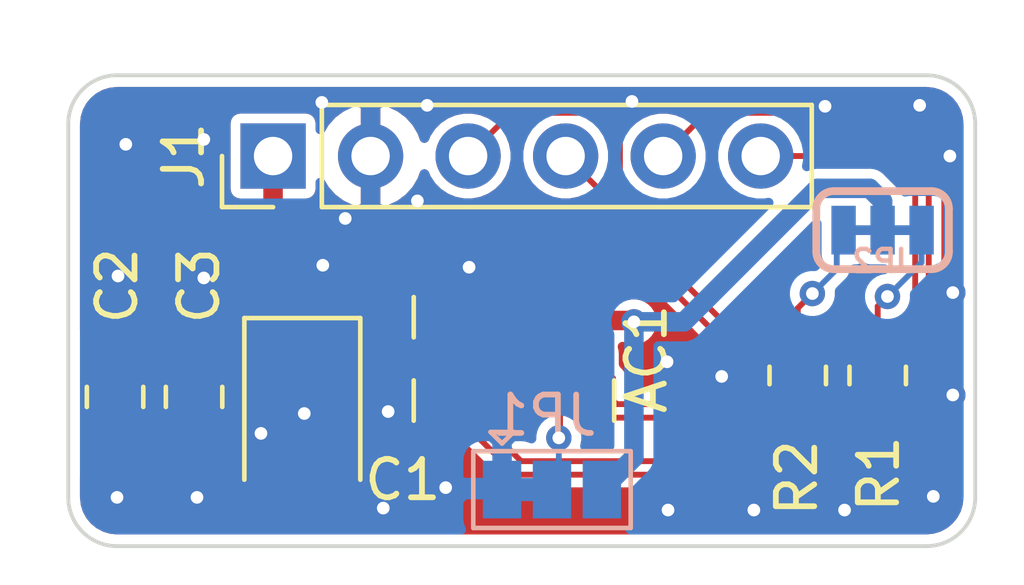
<source format=kicad_pcb>
(kicad_pcb (version 20171130) (host pcbnew "(5.1.8)-1")

  (general
    (thickness 1.6)
    (drawings 8)
    (tracks 125)
    (zones 0)
    (modules 9)
    (nets 13)
  )

  (page A4)
  (layers
    (0 F.Cu signal)
    (31 B.Cu signal)
    (32 B.Adhes user)
    (33 F.Adhes user)
    (34 B.Paste user)
    (35 F.Paste user)
    (36 B.SilkS user)
    (37 F.SilkS user)
    (38 B.Mask user)
    (39 F.Mask user)
    (40 Dwgs.User user)
    (41 Cmts.User user)
    (42 Eco1.User user)
    (43 Eco2.User user)
    (44 Edge.Cuts user)
    (45 Margin user)
    (46 B.CrtYd user)
    (47 F.CrtYd user)
    (48 B.Fab user hide)
    (49 F.Fab user hide)
  )

  (setup
    (last_trace_width 0.508)
    (user_trace_width 0.1524)
    (user_trace_width 0.1778)
    (user_trace_width 0.254)
    (user_trace_width 0.3048)
    (user_trace_width 0.381)
    (user_trace_width 0.508)
    (user_trace_width 0.635)
    (user_trace_width 0.889)
    (user_trace_width 1.016)
    (user_trace_width 1.27)
    (user_trace_width 1.905)
    (user_trace_width 2.54)
    (trace_clearance 0.2)
    (zone_clearance 0.254)
    (zone_45_only no)
    (trace_min 0.1)
    (via_size 0.8)
    (via_drill 0.4)
    (via_min_size 0.4)
    (via_min_drill 0.3)
    (user_via 0.6096 0.3048)
    (user_via 0.6604 0.3302)
    (user_via 0.889 0.381)
    (user_via 1.397 0.635)
    (uvia_size 0.3)
    (uvia_drill 0.1)
    (uvias_allowed no)
    (uvia_min_size 0.2)
    (uvia_min_drill 0.1)
    (edge_width 0.05)
    (segment_width 0.2)
    (pcb_text_width 0.3)
    (pcb_text_size 1.5 1.5)
    (mod_edge_width 0.12)
    (mod_text_size 1 1)
    (mod_text_width 0.15)
    (pad_size 1.524 1.524)
    (pad_drill 0.762)
    (pad_to_mask_clearance 0.051)
    (solder_mask_min_width 0.25)
    (aux_axis_origin 0 0)
    (visible_elements FFFFFF7F)
    (pcbplotparams
      (layerselection 0x010fc_ffffffff)
      (usegerberextensions false)
      (usegerberattributes true)
      (usegerberadvancedattributes true)
      (creategerberjobfile true)
      (excludeedgelayer true)
      (linewidth 0.100000)
      (plotframeref false)
      (viasonmask false)
      (mode 1)
      (useauxorigin false)
      (hpglpennumber 1)
      (hpglpenspeed 20)
      (hpglpendiameter 15.000000)
      (psnegative false)
      (psa4output false)
      (plotreference true)
      (plotvalue true)
      (plotinvisibletext false)
      (padsonsilk false)
      (subtractmaskfromsilk false)
      (outputformat 1)
      (mirror false)
      (drillshape 1)
      (scaleselection 1)
      (outputdirectory ""))
  )

  (net 0 "")
  (net 1 /SCL)
  (net 2 /SDA)
  (net 3 "Net-(AC1-Pad12)")
  (net 4 "Net-(AC1-Pad11)")
  (net 5 "Net-(AC1-Pad10)")
  (net 6 /INT2)
  (net 7 /INT1)
  (net 8 +3V3)
  (net 9 GND)
  (net 10 "Net-(AC1-Pad3)")
  (net 11 "Net-(JP2-Pad3)")
  (net 12 "Net-(JP2-Pad1)")

  (net_class Default "This is the default net class."
    (clearance 0.2)
    (trace_width 0.25)
    (via_dia 0.8)
    (via_drill 0.4)
    (uvia_dia 0.3)
    (uvia_drill 0.1)
    (add_net +3V3)
    (add_net /INT1)
    (add_net /INT2)
    (add_net /SCL)
    (add_net /SDA)
    (add_net GND)
    (add_net "Net-(AC1-Pad10)")
    (add_net "Net-(AC1-Pad11)")
    (add_net "Net-(AC1-Pad12)")
    (add_net "Net-(AC1-Pad3)")
    (add_net "Net-(JP2-Pad1)")
    (add_net "Net-(JP2-Pad3)")
  )

  (module Resistor_SMD:R_0805_2012Metric (layer F.Cu) (tedit 5F68FEEE) (tstamp 5FC7B279)
    (at 175.0822 75.819 270)
    (descr "Resistor SMD 0805 (2012 Metric), square (rectangular) end terminal, IPC_7351 nominal, (Body size source: IPC-SM-782 page 72, https://www.pcb-3d.com/wordpress/wp-content/uploads/ipc-sm-782a_amendment_1_and_2.pdf), generated with kicad-footprint-generator")
    (tags resistor)
    (path /5FC7EEFF)
    (attr smd)
    (fp_text reference R2 (at 2.667 0.0254 90) (layer F.SilkS)
      (effects (font (size 1 1) (thickness 0.15)))
    )
    (fp_text value 3.3k (at 0 1.65 90) (layer F.Fab)
      (effects (font (size 1 1) (thickness 0.15)))
    )
    (fp_text user %R (at 0 0 90) (layer F.Fab)
      (effects (font (size 0.5 0.5) (thickness 0.08)))
    )
    (fp_line (start -1 0.625) (end -1 -0.625) (layer F.Fab) (width 0.1))
    (fp_line (start -1 -0.625) (end 1 -0.625) (layer F.Fab) (width 0.1))
    (fp_line (start 1 -0.625) (end 1 0.625) (layer F.Fab) (width 0.1))
    (fp_line (start 1 0.625) (end -1 0.625) (layer F.Fab) (width 0.1))
    (fp_line (start -0.227064 -0.735) (end 0.227064 -0.735) (layer F.SilkS) (width 0.12))
    (fp_line (start -0.227064 0.735) (end 0.227064 0.735) (layer F.SilkS) (width 0.12))
    (fp_line (start -1.68 0.95) (end -1.68 -0.95) (layer F.CrtYd) (width 0.05))
    (fp_line (start -1.68 -0.95) (end 1.68 -0.95) (layer F.CrtYd) (width 0.05))
    (fp_line (start 1.68 -0.95) (end 1.68 0.95) (layer F.CrtYd) (width 0.05))
    (fp_line (start 1.68 0.95) (end -1.68 0.95) (layer F.CrtYd) (width 0.05))
    (pad 2 smd roundrect (at 0.9125 0 270) (size 1.025 1.4) (layers F.Cu F.Paste F.Mask) (roundrect_rratio 0.243902)
      (net 1 /SCL))
    (pad 1 smd roundrect (at -0.9125 0 270) (size 1.025 1.4) (layers F.Cu F.Paste F.Mask) (roundrect_rratio 0.243902)
      (net 12 "Net-(JP2-Pad1)"))
    (model ${KISYS3DMOD}/Resistor_SMD.3dshapes/R_0805_2012Metric.wrl
      (at (xyz 0 0 0))
      (scale (xyz 1 1 1))
      (rotate (xyz 0 0 0))
    )
  )

  (module Resistor_SMD:R_0805_2012Metric (layer F.Cu) (tedit 5F68FEEE) (tstamp 5FC7B268)
    (at 177.165 75.819 270)
    (descr "Resistor SMD 0805 (2012 Metric), square (rectangular) end terminal, IPC_7351 nominal, (Body size source: IPC-SM-782 page 72, https://www.pcb-3d.com/wordpress/wp-content/uploads/ipc-sm-782a_amendment_1_and_2.pdf), generated with kicad-footprint-generator")
    (tags resistor)
    (path /5FC7F3D6)
    (attr smd)
    (fp_text reference R1 (at 2.5654 -0.0254 90) (layer F.SilkS)
      (effects (font (size 1 1) (thickness 0.15)))
    )
    (fp_text value 3.3k (at 0 1.65 90) (layer F.Fab)
      (effects (font (size 1 1) (thickness 0.15)))
    )
    (fp_text user %R (at 0 0 90) (layer F.Fab)
      (effects (font (size 0.5 0.5) (thickness 0.08)))
    )
    (fp_line (start -1 0.625) (end -1 -0.625) (layer F.Fab) (width 0.1))
    (fp_line (start -1 -0.625) (end 1 -0.625) (layer F.Fab) (width 0.1))
    (fp_line (start 1 -0.625) (end 1 0.625) (layer F.Fab) (width 0.1))
    (fp_line (start 1 0.625) (end -1 0.625) (layer F.Fab) (width 0.1))
    (fp_line (start -0.227064 -0.735) (end 0.227064 -0.735) (layer F.SilkS) (width 0.12))
    (fp_line (start -0.227064 0.735) (end 0.227064 0.735) (layer F.SilkS) (width 0.12))
    (fp_line (start -1.68 0.95) (end -1.68 -0.95) (layer F.CrtYd) (width 0.05))
    (fp_line (start -1.68 -0.95) (end 1.68 -0.95) (layer F.CrtYd) (width 0.05))
    (fp_line (start 1.68 -0.95) (end 1.68 0.95) (layer F.CrtYd) (width 0.05))
    (fp_line (start 1.68 0.95) (end -1.68 0.95) (layer F.CrtYd) (width 0.05))
    (pad 2 smd roundrect (at 0.9125 0 270) (size 1.025 1.4) (layers F.Cu F.Paste F.Mask) (roundrect_rratio 0.243902)
      (net 2 /SDA))
    (pad 1 smd roundrect (at -0.9125 0 270) (size 1.025 1.4) (layers F.Cu F.Paste F.Mask) (roundrect_rratio 0.243902)
      (net 11 "Net-(JP2-Pad3)"))
    (model ${KISYS3DMOD}/Resistor_SMD.3dshapes/R_0805_2012Metric.wrl
      (at (xyz 0 0 0))
      (scale (xyz 1 1 1))
      (rotate (xyz 0 0 0))
    )
  )

  (module Jumper:SMT-JUMPER_3_2-NC_TRACE_SILK (layer B.Cu) (tedit 0) (tstamp 5FC7B257)
    (at 177.292 72.0344)
    (path /5FC90A0D)
    (fp_text reference JP2 (at 0 1.143 180) (layer B.SilkS)
      (effects (font (size 0.57912 0.57912) (thickness 0.115824)) (justify bottom mirror))
    )
    (fp_text value "I2C Jumper" (at 0 -1.143 180) (layer B.Fab)
      (effects (font (size 0.57912 0.57912) (thickness 0.115824)) (justify top mirror))
    )
    (fp_arc (start 1.27 -0.5588) (end 1.27 -1.016) (angle 90) (layer B.SilkS) (width 0.2032))
    (fp_arc (start -1.27 -0.5588) (end -1.7272 -0.5588) (angle 90) (layer B.SilkS) (width 0.2032))
    (fp_arc (start -1.27 0.5588) (end -1.7272 0.5588) (angle -90) (layer B.SilkS) (width 0.2032))
    (fp_arc (start 1.27 0.5588) (end 1.27 1.016) (angle -90) (layer B.SilkS) (width 0.2032))
    (fp_line (start 1.27 -1.016) (end -1.27 -1.016) (layer B.SilkS) (width 0.2032))
    (fp_line (start 1.7272 -0.5588) (end 1.7272 0.5588) (layer B.SilkS) (width 0.2032))
    (fp_line (start -1.7272 -0.5588) (end -1.7272 0.5588) (layer B.SilkS) (width 0.2032))
    (fp_line (start -1.27 1.016) (end 1.27 1.016) (layer B.SilkS) (width 0.2032))
    (fp_poly (pts (xy -0.6985 0.127) (xy 0.6985 0.127) (xy 0.6985 -0.127) (xy -0.6985 -0.127)) (layer B.Mask) (width 0))
    (fp_poly (pts (xy 0.3048 -0.127) (xy 0.7112 -0.127) (xy 0.7112 0.127) (xy 0.3048 0.127)) (layer B.Cu) (width 0))
    (fp_poly (pts (xy -0.7112 -0.127) (xy -0.3048 -0.127) (xy -0.3048 0.127) (xy -0.7112 0.127)) (layer B.Cu) (width 0))
    (pad 3 smd rect (at 1.016 0) (size 0.635 1.27) (layers B.Cu B.Mask)
      (net 11 "Net-(JP2-Pad3)") (solder_mask_margin 0.1016))
    (pad 2 smd rect (at 0 0) (size 0.635 1.27) (layers B.Cu B.Mask)
      (net 8 +3V3) (solder_mask_margin 0.1016))
    (pad 1 smd rect (at -1.016 0) (size 0.635 1.27) (layers B.Cu B.Mask)
      (net 12 "Net-(JP2-Pad1)") (solder_mask_margin 0.1016))
  )

  (module Jumper:SolderJumper-3_P1.3mm_Bridged12_Pad1.0x1.5mm (layer B.Cu) (tedit 5C756B4C) (tstamp 5FC7B245)
    (at 168.6814 78.7908)
    (descr "SMD Solder 3-pad Jumper, 1x1.5mm Pads, 0.3mm gap, pads 1-2 bridged with 1 copper strip")
    (tags "solder jumper open")
    (path /5FCA2D84)
    (attr virtual)
    (fp_text reference JP1 (at -0.2032 -1.9304) (layer B.SilkS)
      (effects (font (size 1 1) (thickness 0.15)) (justify mirror))
    )
    (fp_text value "Address Jumper" (at 0 -2) (layer B.Fab)
      (effects (font (size 1 1) (thickness 0.15)) (justify mirror))
    )
    (fp_line (start -1.3 -1.2) (end -1 -1.5) (layer B.SilkS) (width 0.12))
    (fp_line (start -1.6 -1.5) (end -1 -1.5) (layer B.SilkS) (width 0.12))
    (fp_line (start -1.3 -1.2) (end -1.6 -1.5) (layer B.SilkS) (width 0.12))
    (fp_line (start -2.05 -1) (end -2.05 1) (layer B.SilkS) (width 0.12))
    (fp_line (start 2.05 -1) (end -2.05 -1) (layer B.SilkS) (width 0.12))
    (fp_line (start 2.05 1) (end 2.05 -1) (layer B.SilkS) (width 0.12))
    (fp_line (start -2.05 1) (end 2.05 1) (layer B.SilkS) (width 0.12))
    (fp_line (start -2.3 1.25) (end 2.3 1.25) (layer B.CrtYd) (width 0.05))
    (fp_line (start -2.3 1.25) (end -2.3 -1.25) (layer B.CrtYd) (width 0.05))
    (fp_line (start 2.3 -1.25) (end 2.3 1.25) (layer B.CrtYd) (width 0.05))
    (fp_line (start 2.3 -1.25) (end -2.3 -1.25) (layer B.CrtYd) (width 0.05))
    (fp_poly (pts (xy -0.9 0.3) (xy -0.4 0.3) (xy -0.4 -0.3) (xy -0.9 -0.3)) (layer B.Cu) (width 0))
    (pad 2 smd rect (at 0 0) (size 1 1.5) (layers B.Cu B.Mask)
      (net 3 "Net-(AC1-Pad12)"))
    (pad 3 smd rect (at 1.3 0) (size 1 1.5) (layers B.Cu B.Mask)
      (net 8 +3V3))
    (pad 1 smd rect (at -1.3 0) (size 1 1.5) (layers B.Cu B.Mask)
      (net 9 GND))
  )

  (module Connector_PinHeader_2.54mm:PinHeader_1x06_P2.54mm_Vertical (layer F.Cu) (tedit 59FED5CC) (tstamp 5FC7B232)
    (at 161.417 70.104 90)
    (descr "Through hole straight pin header, 1x06, 2.54mm pitch, single row")
    (tags "Through hole pin header THT 1x06 2.54mm single row")
    (path /5FC97A20)
    (fp_text reference J1 (at 0 -2.33 90) (layer F.SilkS)
      (effects (font (size 1 1) (thickness 0.15)))
    )
    (fp_text value Conn_01x06 (at 0 15.03 90) (layer F.Fab)
      (effects (font (size 1 1) (thickness 0.15)))
    )
    (fp_text user %R (at 0 6.35) (layer F.Fab)
      (effects (font (size 1 1) (thickness 0.15)))
    )
    (fp_line (start -0.635 -1.27) (end 1.27 -1.27) (layer F.Fab) (width 0.1))
    (fp_line (start 1.27 -1.27) (end 1.27 13.97) (layer F.Fab) (width 0.1))
    (fp_line (start 1.27 13.97) (end -1.27 13.97) (layer F.Fab) (width 0.1))
    (fp_line (start -1.27 13.97) (end -1.27 -0.635) (layer F.Fab) (width 0.1))
    (fp_line (start -1.27 -0.635) (end -0.635 -1.27) (layer F.Fab) (width 0.1))
    (fp_line (start -1.33 14.03) (end 1.33 14.03) (layer F.SilkS) (width 0.12))
    (fp_line (start -1.33 1.27) (end -1.33 14.03) (layer F.SilkS) (width 0.12))
    (fp_line (start 1.33 1.27) (end 1.33 14.03) (layer F.SilkS) (width 0.12))
    (fp_line (start -1.33 1.27) (end 1.33 1.27) (layer F.SilkS) (width 0.12))
    (fp_line (start -1.33 0) (end -1.33 -1.33) (layer F.SilkS) (width 0.12))
    (fp_line (start -1.33 -1.33) (end 0 -1.33) (layer F.SilkS) (width 0.12))
    (fp_line (start -1.8 -1.8) (end -1.8 14.5) (layer F.CrtYd) (width 0.05))
    (fp_line (start -1.8 14.5) (end 1.8 14.5) (layer F.CrtYd) (width 0.05))
    (fp_line (start 1.8 14.5) (end 1.8 -1.8) (layer F.CrtYd) (width 0.05))
    (fp_line (start 1.8 -1.8) (end -1.8 -1.8) (layer F.CrtYd) (width 0.05))
    (pad 6 thru_hole oval (at 0 12.7 90) (size 1.7 1.7) (drill 1) (layers *.Cu *.Mask)
      (net 6 /INT2))
    (pad 5 thru_hole oval (at 0 10.16 90) (size 1.7 1.7) (drill 1) (layers *.Cu *.Mask)
      (net 7 /INT1))
    (pad 4 thru_hole oval (at 0 7.62 90) (size 1.7 1.7) (drill 1) (layers *.Cu *.Mask)
      (net 1 /SCL))
    (pad 3 thru_hole oval (at 0 5.08 90) (size 1.7 1.7) (drill 1) (layers *.Cu *.Mask)
      (net 2 /SDA))
    (pad 2 thru_hole oval (at 0 2.54 90) (size 1.7 1.7) (drill 1) (layers *.Cu *.Mask)
      (net 9 GND))
    (pad 1 thru_hole rect (at 0 0 90) (size 1.7 1.7) (drill 1) (layers *.Cu *.Mask)
      (net 8 +3V3))
    (model ${KISYS3DMOD}/Connector_PinHeader_2.54mm.3dshapes/PinHeader_1x06_P2.54mm_Vertical.wrl
      (offset (xyz 0 0 -1.5))
      (scale (xyz 1 1 1))
      (rotate (xyz 0 -180 0))
    )
  )

  (module Capacitor_SMD:C_0805_2012Metric (layer F.Cu) (tedit 5F68FEEE) (tstamp 5FC7B218)
    (at 159.3596 76.3778 270)
    (descr "Capacitor SMD 0805 (2012 Metric), square (rectangular) end terminal, IPC_7351 nominal, (Body size source: IPC-SM-782 page 76, https://www.pcb-3d.com/wordpress/wp-content/uploads/ipc-sm-782a_amendment_1_and_2.pdf, https://docs.google.com/spreadsheets/d/1BsfQQcO9C6DZCsRaXUlFlo91Tg2WpOkGARC1WS5S8t0/edit?usp=sharing), generated with kicad-footprint-generator")
    (tags capacitor)
    (path /5FC7EBBB)
    (attr smd)
    (fp_text reference C3 (at -2.8956 -0.127 90) (layer F.SilkS)
      (effects (font (size 1 1) (thickness 0.15)))
    )
    (fp_text value 0.1uF (at 0 1.68 90) (layer F.Fab)
      (effects (font (size 1 1) (thickness 0.15)))
    )
    (fp_text user %R (at 0 0 90) (layer F.Fab)
      (effects (font (size 0.5 0.5) (thickness 0.08)))
    )
    (fp_line (start -1 0.625) (end -1 -0.625) (layer F.Fab) (width 0.1))
    (fp_line (start -1 -0.625) (end 1 -0.625) (layer F.Fab) (width 0.1))
    (fp_line (start 1 -0.625) (end 1 0.625) (layer F.Fab) (width 0.1))
    (fp_line (start 1 0.625) (end -1 0.625) (layer F.Fab) (width 0.1))
    (fp_line (start -0.261252 -0.735) (end 0.261252 -0.735) (layer F.SilkS) (width 0.12))
    (fp_line (start -0.261252 0.735) (end 0.261252 0.735) (layer F.SilkS) (width 0.12))
    (fp_line (start -1.7 0.98) (end -1.7 -0.98) (layer F.CrtYd) (width 0.05))
    (fp_line (start -1.7 -0.98) (end 1.7 -0.98) (layer F.CrtYd) (width 0.05))
    (fp_line (start 1.7 -0.98) (end 1.7 0.98) (layer F.CrtYd) (width 0.05))
    (fp_line (start 1.7 0.98) (end -1.7 0.98) (layer F.CrtYd) (width 0.05))
    (pad 2 smd roundrect (at 0.95 0 270) (size 1 1.45) (layers F.Cu F.Paste F.Mask) (roundrect_rratio 0.25)
      (net 9 GND))
    (pad 1 smd roundrect (at -0.95 0 270) (size 1 1.45) (layers F.Cu F.Paste F.Mask) (roundrect_rratio 0.25)
      (net 8 +3V3))
    (model ${KISYS3DMOD}/Capacitor_SMD.3dshapes/C_0805_2012Metric.wrl
      (at (xyz 0 0 0))
      (scale (xyz 1 1 1))
      (rotate (xyz 0 0 0))
    )
  )

  (module Capacitor_SMD:C_0805_2012Metric (layer F.Cu) (tedit 5F68FEEE) (tstamp 5FC7B207)
    (at 157.3022 76.3778 270)
    (descr "Capacitor SMD 0805 (2012 Metric), square (rectangular) end terminal, IPC_7351 nominal, (Body size source: IPC-SM-782 page 76, https://www.pcb-3d.com/wordpress/wp-content/uploads/ipc-sm-782a_amendment_1_and_2.pdf, https://docs.google.com/spreadsheets/d/1BsfQQcO9C6DZCsRaXUlFlo91Tg2WpOkGARC1WS5S8t0/edit?usp=sharing), generated with kicad-footprint-generator")
    (tags capacitor)
    (path /5FC7F855)
    (attr smd)
    (fp_text reference C2 (at -2.8956 -0.0508 90) (layer F.SilkS)
      (effects (font (size 1 1) (thickness 0.15)))
    )
    (fp_text value 0.1uF (at 0 1.68 90) (layer F.Fab)
      (effects (font (size 1 1) (thickness 0.15)))
    )
    (fp_text user %R (at 0 0 90) (layer F.Fab)
      (effects (font (size 0.5 0.5) (thickness 0.08)))
    )
    (fp_line (start -1 0.625) (end -1 -0.625) (layer F.Fab) (width 0.1))
    (fp_line (start -1 -0.625) (end 1 -0.625) (layer F.Fab) (width 0.1))
    (fp_line (start 1 -0.625) (end 1 0.625) (layer F.Fab) (width 0.1))
    (fp_line (start 1 0.625) (end -1 0.625) (layer F.Fab) (width 0.1))
    (fp_line (start -0.261252 -0.735) (end 0.261252 -0.735) (layer F.SilkS) (width 0.12))
    (fp_line (start -0.261252 0.735) (end 0.261252 0.735) (layer F.SilkS) (width 0.12))
    (fp_line (start -1.7 0.98) (end -1.7 -0.98) (layer F.CrtYd) (width 0.05))
    (fp_line (start -1.7 -0.98) (end 1.7 -0.98) (layer F.CrtYd) (width 0.05))
    (fp_line (start 1.7 -0.98) (end 1.7 0.98) (layer F.CrtYd) (width 0.05))
    (fp_line (start 1.7 0.98) (end -1.7 0.98) (layer F.CrtYd) (width 0.05))
    (pad 2 smd roundrect (at 0.95 0 270) (size 1 1.45) (layers F.Cu F.Paste F.Mask) (roundrect_rratio 0.25)
      (net 9 GND))
    (pad 1 smd roundrect (at -0.95 0 270) (size 1 1.45) (layers F.Cu F.Paste F.Mask) (roundrect_rratio 0.25)
      (net 8 +3V3))
    (model ${KISYS3DMOD}/Capacitor_SMD.3dshapes/C_0805_2012Metric.wrl
      (at (xyz 0 0 0))
      (scale (xyz 1 1 1))
      (rotate (xyz 0 0 0))
    )
  )

  (module Capacitor_Tantalum_SMD:CP_EIA-3528-15_AVX-H (layer F.Cu) (tedit 5EBA9318) (tstamp 5FC7B1F6)
    (at 162.179 76.7842 270)
    (descr "Tantalum Capacitor SMD AVX-H (3528-15 Metric), IPC_7351 nominal, (Body size from: http://www.kemet.com/Lists/ProductCatalog/Attachments/253/KEM_TC101_STD.pdf), generated with kicad-footprint-generator")
    (tags "capacitor tantalum")
    (path /5FC7DFDE)
    (attr smd)
    (fp_text reference C1 (at 1.7526 -2.6162 180) (layer F.SilkS)
      (effects (font (size 1 1) (thickness 0.15)))
    )
    (fp_text value 10uF (at 0 2.35 90) (layer F.Fab)
      (effects (font (size 1 1) (thickness 0.15)))
    )
    (fp_text user %R (at 0 0 90) (layer F.Fab)
      (effects (font (size 0.88 0.88) (thickness 0.13)))
    )
    (fp_line (start 1.75 -1.4) (end -1.05 -1.4) (layer F.Fab) (width 0.1))
    (fp_line (start -1.05 -1.4) (end -1.75 -0.7) (layer F.Fab) (width 0.1))
    (fp_line (start -1.75 -0.7) (end -1.75 1.4) (layer F.Fab) (width 0.1))
    (fp_line (start -1.75 1.4) (end 1.75 1.4) (layer F.Fab) (width 0.1))
    (fp_line (start 1.75 1.4) (end 1.75 -1.4) (layer F.Fab) (width 0.1))
    (fp_line (start 1.75 -1.51) (end -2.46 -1.51) (layer F.SilkS) (width 0.12))
    (fp_line (start -2.46 -1.51) (end -2.46 1.51) (layer F.SilkS) (width 0.12))
    (fp_line (start -2.46 1.51) (end 1.75 1.51) (layer F.SilkS) (width 0.12))
    (fp_line (start -2.45 1.65) (end -2.45 -1.65) (layer F.CrtYd) (width 0.05))
    (fp_line (start -2.45 -1.65) (end 2.45 -1.65) (layer F.CrtYd) (width 0.05))
    (fp_line (start 2.45 -1.65) (end 2.45 1.65) (layer F.CrtYd) (width 0.05))
    (fp_line (start 2.45 1.65) (end -2.45 1.65) (layer F.CrtYd) (width 0.05))
    (pad 2 smd roundrect (at 1.5375 0 270) (size 1.325 2.35) (layers F.Cu F.Paste F.Mask) (roundrect_rratio 0.188679)
      (net 9 GND))
    (pad 1 smd roundrect (at -1.5375 0 270) (size 1.325 2.35) (layers F.Cu F.Paste F.Mask) (roundrect_rratio 0.188679)
      (net 8 +3V3))
    (model ${KISYS3DMOD}/Capacitor_Tantalum_SMD.3dshapes/CP_EIA-3528-15_AVX-H.wrl
      (at (xyz 0 0 0))
      (scale (xyz 1 1 1))
      (rotate (xyz 0 0 0))
    )
  )

  (module Package_LGA:LGA-14_3x5mm_P0.8mm_LayoutBorder1x6y (layer F.Cu) (tedit 5D9F7937) (tstamp 5FC7B1E3)
    (at 167.6908 75.3872 270)
    (descr "LGA, 14 Pin (http://www.st.com/resource/en/datasheet/lsm303dlhc.pdf), generated with kicad-footprint-generator ipc_noLead_generator.py")
    (tags "LGA NoLead")
    (path /5FC7A384)
    (attr smd)
    (fp_text reference AC1 (at 0 -3.45 90) (layer F.SilkS)
      (effects (font (size 1 1) (thickness 0.15)))
    )
    (fp_text value ADXL345BCCZ-RL7 (at 0 3.45 90) (layer F.Fab)
      (effects (font (size 1 1) (thickness 0.15)))
    )
    (fp_text user %R (at 0 0 90) (layer F.Fab)
      (effects (font (size 0.75 0.75) (thickness 0.11)))
    )
    (fp_line (start 0.56 -2.61) (end 1.61 -2.61) (layer F.SilkS) (width 0.12))
    (fp_line (start -0.56 2.61) (end -1.61 2.61) (layer F.SilkS) (width 0.12))
    (fp_line (start 0.56 2.61) (end 1.61 2.61) (layer F.SilkS) (width 0.12))
    (fp_line (start -0.75 -2.5) (end 1.5 -2.5) (layer F.Fab) (width 0.1))
    (fp_line (start 1.5 -2.5) (end 1.5 2.5) (layer F.Fab) (width 0.1))
    (fp_line (start 1.5 2.5) (end -1.5 2.5) (layer F.Fab) (width 0.1))
    (fp_line (start -1.5 2.5) (end -1.5 -1.75) (layer F.Fab) (width 0.1))
    (fp_line (start -1.5 -1.75) (end -0.75 -2.5) (layer F.Fab) (width 0.1))
    (fp_line (start -1.75 -2.75) (end -1.75 2.75) (layer F.CrtYd) (width 0.05))
    (fp_line (start -1.75 2.75) (end 1.75 2.75) (layer F.CrtYd) (width 0.05))
    (fp_line (start 1.75 2.75) (end 1.75 -2.75) (layer F.CrtYd) (width 0.05))
    (fp_line (start 1.75 -2.75) (end -1.75 -2.75) (layer F.CrtYd) (width 0.05))
    (pad 14 smd roundrect (at 0 -2 270) (size 0.6 0.95) (layers F.Cu F.Paste F.Mask) (roundrect_rratio 0.25)
      (net 1 /SCL))
    (pad 13 smd roundrect (at 1 -2 270) (size 0.95 0.6) (layers F.Cu F.Paste F.Mask) (roundrect_rratio 0.25)
      (net 2 /SDA))
    (pad 12 smd roundrect (at 1 -1.2 270) (size 0.95 0.6) (layers F.Cu F.Paste F.Mask) (roundrect_rratio 0.25)
      (net 3 "Net-(AC1-Pad12)"))
    (pad 11 smd roundrect (at 1 -0.4 270) (size 0.95 0.6) (layers F.Cu F.Paste F.Mask) (roundrect_rratio 0.25)
      (net 4 "Net-(AC1-Pad11)"))
    (pad 10 smd roundrect (at 1 0.4 270) (size 0.95 0.6) (layers F.Cu F.Paste F.Mask) (roundrect_rratio 0.25)
      (net 5 "Net-(AC1-Pad10)"))
    (pad 9 smd roundrect (at 1 1.2 270) (size 0.95 0.6) (layers F.Cu F.Paste F.Mask) (roundrect_rratio 0.25)
      (net 6 /INT2))
    (pad 8 smd roundrect (at 1 2 270) (size 0.95 0.6) (layers F.Cu F.Paste F.Mask) (roundrect_rratio 0.25)
      (net 7 /INT1))
    (pad 7 smd roundrect (at 0 2 270) (size 0.6 0.95) (layers F.Cu F.Paste F.Mask) (roundrect_rratio 0.25)
      (net 8 +3V3))
    (pad 6 smd roundrect (at -1 2 270) (size 0.95 0.6) (layers F.Cu F.Paste F.Mask) (roundrect_rratio 0.25)
      (net 8 +3V3))
    (pad 5 smd roundrect (at -1 1.2 270) (size 0.95 0.6) (layers F.Cu F.Paste F.Mask) (roundrect_rratio 0.25)
      (net 9 GND))
    (pad 4 smd roundrect (at -1 0.4 270) (size 0.95 0.6) (layers F.Cu F.Paste F.Mask) (roundrect_rratio 0.25)
      (net 9 GND))
    (pad 3 smd roundrect (at -1 -0.4 270) (size 0.95 0.6) (layers F.Cu F.Paste F.Mask) (roundrect_rratio 0.25)
      (net 10 "Net-(AC1-Pad3)"))
    (pad 2 smd roundrect (at -1 -1.2 270) (size 0.95 0.6) (layers F.Cu F.Paste F.Mask) (roundrect_rratio 0.25)
      (net 9 GND))
    (pad 1 smd roundrect (at -1 -2 270) (size 0.95 0.6) (layers F.Cu F.Paste F.Mask) (roundrect_rratio 0.25)
      (net 8 +3V3))
    (model ${KISYS3DMOD}/Package_LGA.3dshapes/LGA-14_3x5mm_P0.8mm_LayoutBorder1x6y.wrl
      (at (xyz 0 0 0))
      (scale (xyz 1 1 1))
      (rotate (xyz 0 0 0))
    )
  )

  (gr_arc (start 178.435 78.994) (end 178.435 80.264) (angle -90) (layer Edge.Cuts) (width 0.1) (tstamp 5FC7B3FE))
  (gr_line (start 179.705 69.27) (end 179.705 78.994) (layer Edge.Cuts) (width 0.1) (tstamp 5FC7B3FD))
  (gr_arc (start 178.435 69.27) (end 179.705 69.27) (angle -90) (layer Edge.Cuts) (width 0.1) (tstamp 5FC7B3FC))
  (gr_line (start 178.435 80.264) (end 157.353 80.264) (layer Edge.Cuts) (width 0.1) (tstamp 5FC7B3FB))
  (gr_arc (start 157.353 78.994) (end 156.083 78.994) (angle -90) (layer Edge.Cuts) (width 0.1) (tstamp 5FC7B3F3))
  (gr_arc (start 157.353 69.27) (end 157.353 68) (angle -90) (layer Edge.Cuts) (width 0.1))
  (gr_line (start 157.353 68) (end 178.435 68) (layer Edge.Cuts) (width 0.1))
  (gr_line (start 156.083 78.994) (end 156.083 69.27) (layer Edge.Cuts) (width 0.1))

  (segment (start 174.123907 76.7315) (end 173.958173 76.565766) (width 0.1524) (layer F.Cu) (net 1))
  (segment (start 175.0822 76.7315) (end 174.123907 76.7315) (width 0.1524) (layer F.Cu) (net 1))
  (segment (start 169.93959 75.63599) (end 169.6908 75.3872) (width 0.1524) (layer F.Cu) (net 1))
  (segment (start 170.017344 75.63599) (end 169.93959 75.63599) (width 0.1524) (layer F.Cu) (net 1))
  (segment (start 170.26701 75.885656) (end 170.017344 75.63599) (width 0.1524) (layer F.Cu) (net 1))
  (segment (start 170.26701 76.46481) (end 170.26701 75.885656) (width 0.1524) (layer F.Cu) (net 1))
  (segment (start 170.367966 76.565766) (end 170.26701 76.46481) (width 0.1524) (layer F.Cu) (net 1))
  (segment (start 173.958173 76.565766) (end 170.367966 76.565766) (width 0.1524) (layer F.Cu) (net 1))
  (segment (start 169.037 70.104) (end 170.098389 71.165389) (width 0.1524) (layer F.Cu) (net 1))
  (segment (start 170.098389 71.877748) (end 170.304827 72.084185) (width 0.1524) (layer F.Cu) (net 1))
  (segment (start 170.098389 71.165389) (end 170.098389 71.877748) (width 0.1524) (layer F.Cu) (net 1))
  (segment (start 174.952142 76.7315) (end 175.0822 76.7315) (width 0.1524) (layer F.Cu) (net 1))
  (segment (start 170.304827 72.084185) (end 174.952142 76.7315) (width 0.1524) (layer F.Cu) (net 1))
  (segment (start 173.8122 76.918176) (end 170.221776 76.918176) (width 0.1524) (layer F.Cu) (net 2))
  (segment (start 170.221776 76.918176) (end 169.6908 76.3872) (width 0.1524) (layer F.Cu) (net 2))
  (segment (start 174.414234 77.52021) (end 173.8122 76.918176) (width 0.1524) (layer F.Cu) (net 2))
  (segment (start 177.165 76.7315) (end 176.37629 77.52021) (width 0.1524) (layer F.Cu) (net 2))
  (segment (start 176.37629 77.52021) (end 174.414234 77.52021) (width 0.1524) (layer F.Cu) (net 2))
  (segment (start 176.37629 75.94279) (end 177.165 76.7315) (width 0.1524) (layer F.Cu) (net 2))
  (segment (start 174.661814 75.94279) (end 176.37629 75.94279) (width 0.1524) (layer F.Cu) (net 2))
  (segment (start 170.450799 71.731775) (end 174.661814 75.94279) (width 0.1524) (layer F.Cu) (net 2))
  (segment (start 170.450799 69.563423) (end 170.450799 71.731775) (width 0.1524) (layer F.Cu) (net 2))
  (segment (start 169.865175 68.977799) (end 170.450799 69.563423) (width 0.1524) (layer F.Cu) (net 2))
  (segment (start 167.623201 68.977799) (end 169.865175 68.977799) (width 0.1524) (layer F.Cu) (net 2))
  (segment (start 166.497 70.104) (end 167.623201 68.977799) (width 0.1524) (layer F.Cu) (net 2))
  (via (at 168.8592 77.4446) (size 0.6604) (drill 0.3302) (layers F.Cu B.Cu) (net 3))
  (segment (start 168.8908 77.413) (end 168.8592 77.4446) (width 0.1524) (layer F.Cu) (net 3))
  (segment (start 168.8908 76.3872) (end 168.8908 77.413) (width 0.1524) (layer F.Cu) (net 3))
  (segment (start 168.8592 78.613) (end 168.6814 78.7908) (width 0.1524) (layer B.Cu) (net 3))
  (segment (start 168.8592 77.4446) (end 168.8592 78.613) (width 0.1524) (layer B.Cu) (net 3))
  (segment (start 177.451577 70.104) (end 174.117 70.104) (width 0.1524) (layer F.Cu) (net 6))
  (segment (start 178.14121 70.793633) (end 177.451577 70.104) (width 0.1524) (layer F.Cu) (net 6))
  (segment (start 178.14121 77.211966) (end 178.14121 70.793633) (width 0.1524) (layer F.Cu) (net 6))
  (segment (start 177.302175 78.051001) (end 178.14121 77.211966) (width 0.1524) (layer F.Cu) (net 6))
  (segment (start 167.876847 78.051001) (end 177.302175 78.051001) (width 0.1524) (layer F.Cu) (net 6))
  (segment (start 166.4908 76.664954) (end 167.876847 78.051001) (width 0.1524) (layer F.Cu) (net 6))
  (segment (start 166.4908 76.3872) (end 166.4908 76.664954) (width 0.1524) (layer F.Cu) (net 6))
  (segment (start 166.465874 77.13841) (end 166.164256 77.13841) (width 0.1524) (layer F.Cu) (net 7))
  (segment (start 167.730874 78.403411) (end 166.465874 77.13841) (width 0.1524) (layer F.Cu) (net 7))
  (segment (start 166.164256 77.13841) (end 165.6908 76.664954) (width 0.1524) (layer F.Cu) (net 7))
  (segment (start 177.448148 78.403411) (end 167.730874 78.403411) (width 0.1524) (layer F.Cu) (net 7))
  (segment (start 178.49362 77.357939) (end 177.448148 78.403411) (width 0.1524) (layer F.Cu) (net 7))
  (segment (start 178.49362 70.64766) (end 178.49362 77.357939) (width 0.1524) (layer F.Cu) (net 7))
  (segment (start 177.59755 69.75159) (end 178.49362 70.64766) (width 0.1524) (layer F.Cu) (net 7))
  (segment (start 165.6908 76.664954) (end 165.6908 76.3872) (width 0.1524) (layer F.Cu) (net 7))
  (segment (start 174.819599 68.977799) (end 175.59339 69.75159) (width 0.1524) (layer F.Cu) (net 7))
  (segment (start 175.59339 69.75159) (end 177.59755 69.75159) (width 0.1524) (layer F.Cu) (net 7))
  (segment (start 172.703201 68.977799) (end 174.819599 68.977799) (width 0.1524) (layer F.Cu) (net 7))
  (segment (start 171.577 70.104) (end 172.703201 68.977799) (width 0.1524) (layer F.Cu) (net 7))
  (segment (start 161.417 74.4847) (end 162.179 75.2467) (width 0.508) (layer F.Cu) (net 8))
  (segment (start 161.417 70.104) (end 161.417 74.4847) (width 0.508) (layer F.Cu) (net 8))
  (segment (start 159.5407 75.2467) (end 159.3596 75.4278) (width 0.508) (layer F.Cu) (net 8))
  (segment (start 162.179 75.2467) (end 159.5407 75.2467) (width 0.508) (layer F.Cu) (net 8))
  (segment (start 159.3596 75.4278) (end 157.3022 75.4278) (width 0.508) (layer F.Cu) (net 8))
  (segment (start 165.5503 75.2467) (end 165.6908 75.3872) (width 0.508) (layer F.Cu) (net 8))
  (segment (start 162.179 75.2467) (end 165.5503 75.2467) (width 0.508) (layer F.Cu) (net 8))
  (segment (start 165.6908 75.3872) (end 165.6908 74.3872) (width 0.508) (layer F.Cu) (net 8))
  (segment (start 169.6908 73.656724) (end 169.6908 74.3872) (width 0.508) (layer F.Cu) (net 8))
  (segment (start 168.249475 72.215399) (end 169.6908 73.656724) (width 0.508) (layer F.Cu) (net 8))
  (segment (start 165.210301 72.215399) (end 168.249475 72.215399) (width 0.508) (layer F.Cu) (net 8))
  (segment (start 162.179 75.2467) (end 164.45825 72.96745) (width 0.508) (layer F.Cu) (net 8))
  (segment (start 164.45825 72.96745) (end 165.210301 72.215399) (width 0.508) (layer F.Cu) (net 8) (tstamp 5FC7BFD7))
  (via (at 170.815 74.422) (size 0.6604) (drill 0.3302) (layers F.Cu B.Cu) (net 8))
  (segment (start 170.7802 74.3872) (end 170.815 74.422) (width 0.508) (layer F.Cu) (net 8))
  (segment (start 169.6908 74.3872) (end 170.7802 74.3872) (width 0.508) (layer F.Cu) (net 8))
  (segment (start 170.815 77.9572) (end 169.9814 78.7908) (width 0.508) (layer B.Cu) (net 8))
  (segment (start 170.815 74.422) (end 170.815 77.9572) (width 0.508) (layer B.Cu) (net 8))
  (segment (start 177.292 71.280698) (end 177.292 72.0344) (width 0.508) (layer B.Cu) (net 8))
  (segment (start 176.956701 70.945399) (end 177.292 71.280698) (width 0.508) (layer B.Cu) (net 8))
  (segment (start 175.595299 70.945399) (end 176.956701 70.945399) (width 0.508) (layer B.Cu) (net 8))
  (segment (start 172.118698 74.422) (end 175.595299 70.945399) (width 0.508) (layer B.Cu) (net 8))
  (segment (start 170.815 74.422) (end 172.118698 74.422) (width 0.508) (layer B.Cu) (net 8))
  (segment (start 157.3022 77.3278) (end 159.3596 77.3278) (width 0.508) (layer F.Cu) (net 9))
  (segment (start 161.1851 77.3278) (end 162.179 78.3217) (width 0.508) (layer F.Cu) (net 9))
  (segment (start 159.3596 77.3278) (end 161.102 77.3278) (width 0.508) (layer F.Cu) (net 9))
  (via (at 166.5224 72.9996) (size 0.6604) (drill 0.3302) (layers F.Cu B.Cu) (net 9))
  (segment (start 166.4908 74.3872) (end 167.2908 74.3872) (width 0.508) (layer F.Cu) (net 9))
  (segment (start 166.5224 74.3556) (end 166.4908 74.3872) (width 0.508) (layer F.Cu) (net 9))
  (segment (start 166.5224 72.9996) (end 166.5224 74.3556) (width 0.508) (layer F.Cu) (net 9))
  (segment (start 168.8908 73.858) (end 168.8908 74.3872) (width 0.508) (layer F.Cu) (net 9))
  (segment (start 168.0324 72.9996) (end 168.8908 73.858) (width 0.508) (layer F.Cu) (net 9))
  (segment (start 166.5224 72.9996) (end 168.0324 72.9996) (width 0.508) (layer F.Cu) (net 9))
  (via (at 164.4142 76.7588) (size 0.6604) (drill 0.3302) (layers F.Cu B.Cu) (net 9))
  (via (at 165.9128 78.74) (size 0.6604) (drill 0.3302) (layers F.Cu B.Cu) (net 9))
  (segment (start 167.3306 78.74) (end 167.3814 78.7908) (width 0.508) (layer B.Cu) (net 9))
  (segment (start 165.9128 78.74) (end 167.3306 78.74) (width 0.508) (layer B.Cu) (net 9))
  (via (at 157.5816 69.7992) (size 0.6604) (drill 0.3302) (layers F.Cu B.Cu) (net 9))
  (via (at 157.3784 73.2282) (size 0.6604) (drill 0.3302) (layers F.Cu B.Cu) (net 9))
  (via (at 159.6136 69.6722) (size 0.6604) (drill 0.3302) (layers F.Cu B.Cu) (net 9))
  (via (at 159.6136 73.279) (size 0.6604) (drill 0.3302) (layers F.Cu B.Cu) (net 9))
  (via (at 162.7124 72.9488) (size 0.6604) (drill 0.3302) (layers F.Cu B.Cu) (net 9))
  (via (at 163.2966 71.7296) (size 0.6604) (drill 0.3302) (layers F.Cu B.Cu) (net 9))
  (segment (start 161.102 77.3278) (end 161.1851 77.3278) (width 0.508) (layer F.Cu) (net 9) (tstamp 5FC7C140))
  (via (at 161.102 77.3278) (size 0.6604) (drill 0.3302) (layers F.Cu B.Cu) (net 9))
  (via (at 162.2298 76.8096) (size 0.6604) (drill 0.3302) (layers F.Cu B.Cu) (net 9))
  (via (at 157.353 78.994) (size 0.6604) (drill 0.3302) (layers F.Cu B.Cu) (net 9))
  (via (at 159.4358 78.994) (size 0.6604) (drill 0.3302) (layers F.Cu B.Cu) (net 9))
  (via (at 164.2872 79.2734) (size 0.6604) (drill 0.3302) (layers F.Cu B.Cu) (net 9))
  (via (at 171.704 79.3242) (size 0.6604) (drill 0.3302) (layers F.Cu B.Cu) (net 9))
  (via (at 173.9392 79.3242) (size 0.6604) (drill 0.3302) (layers F.Cu B.Cu) (net 9))
  (via (at 176.3014 79.3242) (size 0.6604) (drill 0.3302) (layers F.Cu B.Cu) (net 9))
  (via (at 178.6128 78.9686) (size 0.6604) (drill 0.3302) (layers F.Cu B.Cu) (net 9))
  (via (at 165.1762 71.2724) (size 0.6604) (drill 0.3302) (layers F.Cu B.Cu) (net 9))
  (via (at 171.6786 75.4634) (size 0.6604) (drill 0.3302) (layers F.Cu B.Cu) (net 9))
  (via (at 173.101 75.8444) (size 0.6604) (drill 0.3302) (layers F.Cu B.Cu) (net 9))
  (via (at 179.1208 76.327) (size 0.6604) (drill 0.3302) (layers F.Cu B.Cu) (net 9))
  (via (at 179.1208 73.66) (size 0.6604) (drill 0.3302) (layers F.Cu B.Cu) (net 9))
  (via (at 179.0446 70.104) (size 0.6604) (drill 0.3302) (layers F.Cu B.Cu) (net 9))
  (via (at 178.2572 68.7832) (size 0.6604) (drill 0.3302) (layers F.Cu B.Cu) (net 9))
  (via (at 175.7934 68.8086) (size 0.6604) (drill 0.3302) (layers F.Cu B.Cu) (net 9))
  (via (at 170.7642 68.6816) (size 0.6604) (drill 0.3302) (layers F.Cu B.Cu) (net 9))
  (via (at 165.4302 68.7832) (size 0.6604) (drill 0.3302) (layers F.Cu B.Cu) (net 9))
  (via (at 162.687 68.707) (size 0.6604) (drill 0.3302) (layers F.Cu B.Cu) (net 9))
  (via (at 177.419 73.7616) (size 0.6604) (drill 0.3302) (layers F.Cu B.Cu) (net 11))
  (segment (start 177.165 74.0156) (end 177.419 73.7616) (width 0.1524) (layer F.Cu) (net 11))
  (segment (start 177.165 74.9065) (end 177.165 74.0156) (width 0.1524) (layer F.Cu) (net 11))
  (segment (start 178.308 72.8726) (end 178.308 72.0344) (width 0.1524) (layer B.Cu) (net 11))
  (segment (start 177.419 73.7616) (end 178.308 72.8726) (width 0.1524) (layer B.Cu) (net 11))
  (segment (start 175.0822 74.9065) (end 175.0822 74.0664) (width 0.1524) (layer F.Cu) (net 12))
  (segment (start 175.0822 74.0664) (end 175.4632 73.6854) (width 0.1524) (layer F.Cu) (net 12))
  (segment (start 175.4632 73.6854) (end 175.4632 73.6854) (width 0.1524) (layer F.Cu) (net 12) (tstamp 5FC7B961))
  (via (at 175.4632 73.6854) (size 0.6604) (drill 0.3302) (layers F.Cu B.Cu) (net 12))
  (segment (start 175.4632 73.6854) (end 176.0982 73.0504) (width 0.1524) (layer B.Cu) (net 12))
  (segment (start 176.0982 72.2122) (end 176.276 72.0344) (width 0.1524) (layer B.Cu) (net 12))
  (segment (start 176.0982 73.0504) (end 176.0982 72.2122) (width 0.1524) (layer B.Cu) (net 12))

  (zone (net 9) (net_name GND) (layer F.Cu) (tstamp 0) (hatch edge 0.508)
    (connect_pads (clearance 0.254))
    (min_thickness 0.254)
    (fill yes (arc_segments 32) (thermal_gap 0.508) (thermal_bridge_width 0.508))
    (polygon
      (pts
        (xy 180.975 81.28) (xy 154.305 81.28) (xy 154.305 66.04) (xy 180.975 66.04)
      )
    )
    (filled_polygon
      (pts
        (xy 178.597562 68.449006) (xy 178.753927 68.496216) (xy 178.898153 68.572902) (xy 179.024732 68.676138) (xy 179.128847 68.80199)
        (xy 179.206537 68.945674) (xy 179.25484 69.101713) (xy 179.274 69.284016) (xy 179.274001 78.972911) (xy 179.255994 79.156562)
        (xy 179.208784 79.312929) (xy 179.132097 79.457155) (xy 179.028863 79.583732) (xy 178.903008 79.687848) (xy 178.759324 79.765538)
        (xy 178.603287 79.81384) (xy 178.420984 79.833) (xy 157.374079 79.833) (xy 157.190438 79.814994) (xy 157.034071 79.767784)
        (xy 156.889845 79.691097) (xy 156.763268 79.587863) (xy 156.659152 79.462008) (xy 156.581462 79.318324) (xy 156.53316 79.162287)
        (xy 156.514 78.979984) (xy 156.514 78.459648) (xy 156.5772 78.465872) (xy 157.01645 78.4628) (xy 157.1752 78.30405)
        (xy 157.1752 77.4548) (xy 157.4292 77.4548) (xy 157.4292 78.30405) (xy 157.58795 78.4628) (xy 158.0272 78.465872)
        (xy 158.151682 78.453612) (xy 158.27138 78.417302) (xy 158.3309 78.385487) (xy 158.39042 78.417302) (xy 158.510118 78.453612)
        (xy 158.6346 78.465872) (xy 159.07385 78.4628) (xy 159.2326 78.30405) (xy 159.2326 77.4548) (xy 157.4292 77.4548)
        (xy 157.1752 77.4548) (xy 157.1552 77.4548) (xy 157.1552 77.2008) (xy 157.1752 77.2008) (xy 157.1752 77.1808)
        (xy 157.4292 77.1808) (xy 157.4292 77.2008) (xy 159.2326 77.2008) (xy 159.2326 77.1808) (xy 159.4866 77.1808)
        (xy 159.4866 77.2008) (xy 159.5066 77.2008) (xy 159.5066 77.4548) (xy 159.4866 77.4548) (xy 159.4866 78.30405)
        (xy 159.64535 78.4628) (xy 160.0846 78.465872) (xy 160.209082 78.453612) (xy 160.32878 78.417302) (xy 160.369 78.395804)
        (xy 160.369 78.448702) (xy 160.527748 78.448702) (xy 160.369 78.60745) (xy 160.365928 78.9842) (xy 160.378188 79.108682)
        (xy 160.414498 79.22838) (xy 160.473463 79.338694) (xy 160.552815 79.435385) (xy 160.649506 79.514737) (xy 160.75982 79.573702)
        (xy 160.879518 79.610012) (xy 161.004 79.622272) (xy 161.89325 79.6192) (xy 162.052 79.46045) (xy 162.052 78.4487)
        (xy 162.306 78.4487) (xy 162.306 79.46045) (xy 162.46475 79.6192) (xy 163.354 79.622272) (xy 163.478482 79.610012)
        (xy 163.59818 79.573702) (xy 163.708494 79.514737) (xy 163.805185 79.435385) (xy 163.884537 79.338694) (xy 163.943502 79.22838)
        (xy 163.979812 79.108682) (xy 163.992072 78.9842) (xy 163.989 78.60745) (xy 163.83025 78.4487) (xy 162.306 78.4487)
        (xy 162.052 78.4487) (xy 162.032 78.4487) (xy 162.032 78.1947) (xy 162.052 78.1947) (xy 162.052 77.18295)
        (xy 162.306 77.18295) (xy 162.306 78.1947) (xy 163.83025 78.1947) (xy 163.989 78.03595) (xy 163.992072 77.6592)
        (xy 163.979812 77.534718) (xy 163.943502 77.41502) (xy 163.884537 77.304706) (xy 163.805185 77.208015) (xy 163.708494 77.128663)
        (xy 163.59818 77.069698) (xy 163.478482 77.033388) (xy 163.354 77.021128) (xy 162.46475 77.0242) (xy 162.306 77.18295)
        (xy 162.052 77.18295) (xy 161.89325 77.0242) (xy 161.004 77.021128) (xy 160.879518 77.033388) (xy 160.75982 77.069698)
        (xy 160.649506 77.128663) (xy 160.561609 77.200798) (xy 160.560852 77.200798) (xy 160.7196 77.04205) (xy 160.722672 76.8278)
        (xy 160.710412 76.703318) (xy 160.674102 76.58362) (xy 160.615137 76.473306) (xy 160.535785 76.376615) (xy 160.439094 76.297263)
        (xy 160.32878 76.238298) (xy 160.209082 76.201988) (xy 160.19082 76.200189) (xy 160.282088 76.125288) (xy 160.36079 76.029389)
        (xy 160.419271 75.919979) (xy 160.430883 75.8817) (xy 160.66336 75.8817) (xy 160.669329 75.901379) (xy 160.72781 76.010789)
        (xy 160.806512 76.106688) (xy 160.902411 76.18539) (xy 161.011821 76.243871) (xy 161.130538 76.279883) (xy 161.253999 76.292043)
        (xy 163.104001 76.292043) (xy 163.227462 76.279883) (xy 163.346179 76.243871) (xy 163.455589 76.18539) (xy 163.551488 76.106688)
        (xy 163.63019 76.010789) (xy 163.688671 75.901379) (xy 163.69464 75.8817) (xy 164.962534 75.8817) (xy 164.989023 75.913977)
        (xy 165.023133 75.94197) (xy 165.018195 75.958247) (xy 165.007957 76.0622) (xy 165.007957 76.7122) (xy 165.018195 76.816153)
        (xy 165.048517 76.91611) (xy 165.097757 77.008232) (xy 165.164023 77.088977) (xy 165.244768 77.155243) (xy 165.33689 77.204483)
        (xy 165.436847 77.234805) (xy 165.5408 77.245043) (xy 165.624311 77.245043) (xy 165.825085 77.445817) (xy 165.839403 77.463263)
        (xy 165.90902 77.520397) (xy 165.988447 77.562851) (xy 166.074629 77.588995) (xy 166.141796 77.59561) (xy 166.141806 77.59561)
        (xy 166.164256 77.597821) (xy 166.186706 77.59561) (xy 166.276497 77.59561) (xy 167.391704 78.710819) (xy 167.406021 78.728264)
        (xy 167.475638 78.785398) (xy 167.555065 78.827852) (xy 167.641247 78.853996) (xy 167.708414 78.860611) (xy 167.708423 78.860611)
        (xy 167.730873 78.862822) (xy 167.753323 78.860611) (xy 177.425698 78.860611) (xy 177.448148 78.862822) (xy 177.470598 78.860611)
        (xy 177.470608 78.860611) (xy 177.537775 78.853996) (xy 177.623957 78.827852) (xy 177.703384 78.785398) (xy 177.773001 78.728264)
        (xy 177.787322 78.710814) (xy 178.801034 77.697104) (xy 178.818473 77.682792) (xy 178.832785 77.665353) (xy 178.832791 77.665347)
        (xy 178.875607 77.613175) (xy 178.918061 77.533749) (xy 178.927502 77.502626) (xy 178.944205 77.447566) (xy 178.95082 77.380399)
        (xy 178.95082 77.380389) (xy 178.953031 77.357939) (xy 178.95082 77.335489) (xy 178.95082 70.670109) (xy 178.953031 70.647659)
        (xy 178.95082 70.625209) (xy 178.95082 70.6252) (xy 178.944205 70.558033) (xy 178.918061 70.471851) (xy 178.895078 70.428853)
        (xy 178.875607 70.392423) (xy 178.83279 70.340252) (xy 178.818473 70.322807) (xy 178.801029 70.308491) (xy 177.936724 69.444187)
        (xy 177.922403 69.426737) (xy 177.852786 69.369603) (xy 177.773359 69.327149) (xy 177.687177 69.301005) (xy 177.62001 69.29439)
        (xy 177.62 69.29439) (xy 177.59755 69.292179) (xy 177.5751 69.29439) (xy 175.782769 69.29439) (xy 175.158773 68.670396)
        (xy 175.144452 68.652946) (xy 175.074835 68.595812) (xy 174.995408 68.553358) (xy 174.909226 68.527214) (xy 174.842059 68.520599)
        (xy 174.842049 68.520599) (xy 174.819599 68.518388) (xy 174.797149 68.520599) (xy 172.725651 68.520599) (xy 172.703201 68.518388)
        (xy 172.680751 68.520599) (xy 172.680741 68.520599) (xy 172.613574 68.527214) (xy 172.563663 68.542355) (xy 172.527391 68.553358)
        (xy 172.447965 68.595812) (xy 172.395793 68.638628) (xy 172.395787 68.638634) (xy 172.378348 68.652946) (xy 172.364036 68.670385)
        (xy 172.061966 68.972455) (xy 171.936069 68.920307) (xy 171.698243 68.873) (xy 171.455757 68.873) (xy 171.217931 68.920307)
        (xy 170.993903 69.013102) (xy 170.792283 69.14782) (xy 170.737028 69.203075) (xy 170.204349 68.670396) (xy 170.190028 68.652946)
        (xy 170.120411 68.595812) (xy 170.040984 68.553358) (xy 169.954802 68.527214) (xy 169.887635 68.520599) (xy 169.887625 68.520599)
        (xy 169.865175 68.518388) (xy 169.842725 68.520599) (xy 167.645651 68.520599) (xy 167.623201 68.518388) (xy 167.600751 68.520599)
        (xy 167.600741 68.520599) (xy 167.533574 68.527214) (xy 167.483663 68.542355) (xy 167.447391 68.553358) (xy 167.367965 68.595812)
        (xy 167.315793 68.638628) (xy 167.315787 68.638634) (xy 167.298348 68.652946) (xy 167.284036 68.670385) (xy 166.981966 68.972455)
        (xy 166.856069 68.920307) (xy 166.618243 68.873) (xy 166.375757 68.873) (xy 166.137931 68.920307) (xy 165.913903 69.013102)
        (xy 165.712283 69.14782) (xy 165.54082 69.319283) (xy 165.406102 69.520903) (xy 165.358772 69.635168) (xy 165.301157 69.472748)
        (xy 165.152178 69.222645) (xy 164.957269 69.006412) (xy 164.72392 68.832359) (xy 164.461099 68.707175) (xy 164.31389 68.662524)
        (xy 164.084 68.783845) (xy 164.084 69.977) (xy 164.104 69.977) (xy 164.104 70.231) (xy 164.084 70.231)
        (xy 164.084 71.424155) (xy 164.31389 71.545476) (xy 164.461099 71.500825) (xy 164.72392 71.375641) (xy 164.957269 71.201588)
        (xy 165.152178 70.985355) (xy 165.301157 70.735252) (xy 165.358772 70.572832) (xy 165.406102 70.687097) (xy 165.54082 70.888717)
        (xy 165.712283 71.06018) (xy 165.913903 71.194898) (xy 166.137931 71.287693) (xy 166.375757 71.335) (xy 166.618243 71.335)
        (xy 166.856069 71.287693) (xy 167.080097 71.194898) (xy 167.281717 71.06018) (xy 167.45318 70.888717) (xy 167.587898 70.687097)
        (xy 167.680693 70.463069) (xy 167.728 70.225243) (xy 167.728 69.982757) (xy 167.680693 69.744931) (xy 167.628545 69.619034)
        (xy 167.81258 69.434999) (xy 168.003501 69.434999) (xy 167.946102 69.520903) (xy 167.853307 69.744931) (xy 167.806 69.982757)
        (xy 167.806 70.225243) (xy 167.853307 70.463069) (xy 167.946102 70.687097) (xy 168.08082 70.888717) (xy 168.252283 71.06018)
        (xy 168.453903 71.194898) (xy 168.677931 71.287693) (xy 168.915757 71.335) (xy 169.158243 71.335) (xy 169.396069 71.287693)
        (xy 169.521966 71.235545) (xy 169.641189 71.354768) (xy 169.64119 71.85529) (xy 169.638978 71.877749) (xy 169.647805 71.967375)
        (xy 169.673949 72.053558) (xy 169.716403 72.132984) (xy 169.759219 72.185156) (xy 169.759225 72.185162) (xy 169.773537 72.202601)
        (xy 169.790978 72.216914) (xy 169.965657 72.391592) (xy 173.68263 76.108566) (xy 170.72421 76.108566) (xy 170.72421 75.908105)
        (xy 170.726421 75.885655) (xy 170.72421 75.863205) (xy 170.72421 75.863196) (xy 170.717595 75.796029) (xy 170.691451 75.709847)
        (xy 170.648997 75.63042) (xy 170.591863 75.560803) (xy 170.574413 75.546482) (xy 170.548643 75.520712) (xy 170.548643 75.2372)
        (xy 170.538405 75.133247) (xy 170.518969 75.069177) (xy 170.607551 75.105869) (xy 170.744953 75.1332) (xy 170.885047 75.1332)
        (xy 171.022449 75.105869) (xy 171.151879 75.052257) (xy 171.268363 74.974425) (xy 171.367425 74.875363) (xy 171.445257 74.758879)
        (xy 171.498869 74.629449) (xy 171.5262 74.492047) (xy 171.5262 74.351953) (xy 171.498869 74.214551) (xy 171.445257 74.085121)
        (xy 171.367425 73.968637) (xy 171.268363 73.869575) (xy 171.151879 73.791743) (xy 171.022449 73.738131) (xy 170.885047 73.7108)
        (xy 170.744953 73.7108) (xy 170.607551 73.738131) (xy 170.573586 73.7522) (xy 170.3258 73.7522) (xy 170.3258 73.687904)
        (xy 170.328871 73.656723) (xy 170.3258 73.625542) (xy 170.3258 73.625532) (xy 170.316612 73.532242) (xy 170.280302 73.412544)
        (xy 170.231874 73.321943) (xy 170.221337 73.302229) (xy 170.161868 73.229767) (xy 170.141985 73.205539) (xy 170.117756 73.185655)
        (xy 168.720549 71.788449) (xy 168.70066 71.764214) (xy 168.603969 71.684862) (xy 168.493655 71.625897) (xy 168.373957 71.589587)
        (xy 168.280667 71.580399) (xy 168.280656 71.580399) (xy 168.249475 71.577328) (xy 168.218294 71.580399) (xy 165.24149 71.580399)
        (xy 165.210301 71.577327) (xy 165.179112 71.580399) (xy 165.179109 71.580399) (xy 165.085819 71.589587) (xy 164.969823 71.624774)
        (xy 164.966121 71.625897) (xy 164.855807 71.684861) (xy 164.783344 71.74433) (xy 164.78334 71.744334) (xy 164.759116 71.764214)
        (xy 164.739235 71.788439) (xy 164.031298 72.496378) (xy 164.031293 72.496382) (xy 162.326319 74.201357) (xy 162.052 74.201357)
        (xy 162.052 71.336843) (xy 162.267 71.336843) (xy 162.341689 71.329487) (xy 162.413508 71.307701) (xy 162.479696 71.272322)
        (xy 162.537711 71.224711) (xy 162.585322 71.166696) (xy 162.620701 71.100508) (xy 162.642487 71.028689) (xy 162.649843 70.954)
        (xy 162.649843 70.797367) (xy 162.761822 70.985355) (xy 162.956731 71.201588) (xy 163.19008 71.375641) (xy 163.452901 71.500825)
        (xy 163.60011 71.545476) (xy 163.83 71.424155) (xy 163.83 70.231) (xy 163.81 70.231) (xy 163.81 69.977)
        (xy 163.83 69.977) (xy 163.83 68.783845) (xy 163.60011 68.662524) (xy 163.452901 68.707175) (xy 163.19008 68.832359)
        (xy 162.956731 69.006412) (xy 162.761822 69.222645) (xy 162.649843 69.410633) (xy 162.649843 69.254) (xy 162.642487 69.179311)
        (xy 162.620701 69.107492) (xy 162.585322 69.041304) (xy 162.537711 68.983289) (xy 162.479696 68.935678) (xy 162.413508 68.900299)
        (xy 162.341689 68.878513) (xy 162.267 68.871157) (xy 160.567 68.871157) (xy 160.492311 68.878513) (xy 160.420492 68.900299)
        (xy 160.354304 68.935678) (xy 160.296289 68.983289) (xy 160.248678 69.041304) (xy 160.213299 69.107492) (xy 160.191513 69.179311)
        (xy 160.184157 69.254) (xy 160.184157 70.954) (xy 160.191513 71.028689) (xy 160.213299 71.100508) (xy 160.248678 71.166696)
        (xy 160.296289 71.224711) (xy 160.354304 71.272322) (xy 160.420492 71.307701) (xy 160.492311 71.329487) (xy 160.567 71.336843)
        (xy 160.782 71.336843) (xy 160.782001 74.416579) (xy 160.72781 74.482611) (xy 160.669329 74.592021) (xy 160.66336 74.6117)
        (xy 160.111523 74.6117) (xy 160.076779 74.593129) (xy 159.958062 74.557117) (xy 159.8346 74.544957) (xy 158.8846 74.544957)
        (xy 158.761138 74.557117) (xy 158.642421 74.593129) (xy 158.533011 74.65161) (xy 158.437112 74.730312) (xy 158.38583 74.7928)
        (xy 158.27597 74.7928) (xy 158.224688 74.730312) (xy 158.128789 74.65161) (xy 158.019379 74.593129) (xy 157.900662 74.557117)
        (xy 157.7772 74.544957) (xy 156.8272 74.544957) (xy 156.703738 74.557117) (xy 156.585021 74.593129) (xy 156.514 74.631091)
        (xy 156.514 69.291079) (xy 156.532006 69.107438) (xy 156.579216 68.951073) (xy 156.655902 68.806847) (xy 156.759138 68.680268)
        (xy 156.884992 68.576152) (xy 157.028674 68.498463) (xy 157.184713 68.45016) (xy 157.367016 68.431) (xy 178.413921 68.431)
      )
    )
    (filled_polygon
      (pts
        (xy 168.432652 73.2966) (xy 168.34662 73.322698) (xy 168.236306 73.381663) (xy 168.139615 73.461015) (xy 168.0908 73.520496)
        (xy 168.041985 73.461015) (xy 167.945294 73.381663) (xy 167.83498 73.322698) (xy 167.715282 73.286388) (xy 167.5908 73.274128)
        (xy 167.57655 73.2772) (xy 167.4178 73.43595) (xy 167.4178 73.79978) (xy 167.416612 73.787718) (xy 167.380302 73.66802)
        (xy 167.321337 73.557706) (xy 167.241985 73.461015) (xy 167.145294 73.381663) (xy 167.068425 73.340575) (xy 167.00505 73.2772)
        (xy 166.9908 73.274128) (xy 166.8908 73.283977) (xy 166.7908 73.274128) (xy 166.77655 73.2772) (xy 166.713175 73.340575)
        (xy 166.636306 73.381663) (xy 166.539615 73.461015) (xy 166.460263 73.557706) (xy 166.401298 73.66802) (xy 166.364988 73.787718)
        (xy 166.3638 73.79978) (xy 166.3638 73.43595) (xy 166.20505 73.2772) (xy 166.1908 73.274128) (xy 166.066318 73.286388)
        (xy 165.94662 73.322698) (xy 165.836306 73.381663) (xy 165.739615 73.461015) (xy 165.683528 73.529357) (xy 165.5408 73.529357)
        (xy 165.436847 73.539595) (xy 165.33689 73.569917) (xy 165.244768 73.619157) (xy 165.164023 73.685423) (xy 165.097757 73.766168)
        (xy 165.048517 73.85829) (xy 165.018195 73.958247) (xy 165.007957 74.0622) (xy 165.007957 74.6117) (xy 163.712024 74.6117)
        (xy 164.929318 73.394407) (xy 164.929322 73.394402) (xy 165.473326 72.850399) (xy 167.986451 72.850399)
      )
    )
    (filled_polygon
      (pts
        (xy 169.007957 74.5342) (xy 168.773643 74.5342) (xy 168.773643 74.2402) (xy 169.007957 74.2402)
      )
    )
    (filled_polygon
      (pts
        (xy 166.514548 74.260198) (xy 166.373643 74.260198) (xy 166.373643 74.119293)
      )
    )
  )
  (zone (net 9) (net_name GND) (layer B.Cu) (tstamp 0) (hatch edge 0.508)
    (connect_pads (clearance 0.254))
    (min_thickness 0.254)
    (fill yes (arc_segments 32) (thermal_gap 0.508) (thermal_bridge_width 0.508))
    (polygon
      (pts
        (xy 180.34 80.772) (xy 154.94 80.772) (xy 154.94 66.548) (xy 180.34 66.548)
      )
    )
    (filled_polygon
      (pts
        (xy 178.597562 68.449006) (xy 178.753927 68.496216) (xy 178.898153 68.572902) (xy 179.024732 68.676138) (xy 179.128848 68.801992)
        (xy 179.206537 68.945674) (xy 179.25484 69.101713) (xy 179.274 69.284016) (xy 179.274001 78.972911) (xy 179.255994 79.156562)
        (xy 179.208784 79.312929) (xy 179.132097 79.457155) (xy 179.028863 79.583732) (xy 178.903008 79.687848) (xy 178.759324 79.765538)
        (xy 178.603287 79.81384) (xy 178.420984 79.833) (xy 170.725926 79.833) (xy 170.752111 79.811511) (xy 170.799722 79.753496)
        (xy 170.835101 79.687308) (xy 170.856887 79.615489) (xy 170.864243 79.5408) (xy 170.864243 78.805982) (xy 171.24196 78.428266)
        (xy 171.266185 78.408385) (xy 171.307728 78.357765) (xy 171.345537 78.311695) (xy 171.366076 78.273269) (xy 171.404502 78.20138)
        (xy 171.440812 78.081682) (xy 171.45 77.988392) (xy 171.45 77.988382) (xy 171.453071 77.957201) (xy 171.45 77.92602)
        (xy 171.45 75.057) (xy 172.087517 75.057) (xy 172.118698 75.060071) (xy 172.149879 75.057) (xy 172.14989 75.057)
        (xy 172.24318 75.047812) (xy 172.362878 75.011502) (xy 172.473192 74.952537) (xy 172.569883 74.873185) (xy 172.589772 74.84895)
        (xy 175.575657 71.863066) (xy 175.575657 72.6694) (xy 175.583013 72.744089) (xy 175.604799 72.815908) (xy 175.633123 72.868898)
        (xy 175.527822 72.9742) (xy 175.393153 72.9742) (xy 175.255751 73.001531) (xy 175.126321 73.055143) (xy 175.009837 73.132975)
        (xy 174.910775 73.232037) (xy 174.832943 73.348521) (xy 174.779331 73.477951) (xy 174.752 73.615353) (xy 174.752 73.755447)
        (xy 174.779331 73.892849) (xy 174.832943 74.022279) (xy 174.910775 74.138763) (xy 175.009837 74.237825) (xy 175.126321 74.315657)
        (xy 175.255751 74.369269) (xy 175.393153 74.3966) (xy 175.533247 74.3966) (xy 175.670649 74.369269) (xy 175.800079 74.315657)
        (xy 175.916563 74.237825) (xy 176.015625 74.138763) (xy 176.093457 74.022279) (xy 176.147069 73.892849) (xy 176.1744 73.755447)
        (xy 176.1744 73.620778) (xy 176.405615 73.389564) (xy 176.423053 73.375253) (xy 176.437365 73.357814) (xy 176.437371 73.357808)
        (xy 176.480187 73.305636) (xy 176.522641 73.22621) (xy 176.536656 73.180008) (xy 176.548785 73.140027) (xy 176.5554 73.07286)
        (xy 176.5554 73.07285) (xy 176.557429 73.052243) (xy 176.5935 73.052243) (xy 176.668189 73.044887) (xy 176.740008 73.023101)
        (xy 176.784 72.999586) (xy 176.827992 73.023101) (xy 176.899811 73.044887) (xy 176.9745 73.052243) (xy 177.339688 73.052243)
        (xy 177.211551 73.077731) (xy 177.082121 73.131343) (xy 176.965637 73.209175) (xy 176.866575 73.308237) (xy 176.788743 73.424721)
        (xy 176.735131 73.554151) (xy 176.7078 73.691553) (xy 176.7078 73.831647) (xy 176.735131 73.969049) (xy 176.788743 74.098479)
        (xy 176.866575 74.214963) (xy 176.965637 74.314025) (xy 177.082121 74.391857) (xy 177.211551 74.445469) (xy 177.348953 74.4728)
        (xy 177.489047 74.4728) (xy 177.626449 74.445469) (xy 177.755879 74.391857) (xy 177.872363 74.314025) (xy 177.971425 74.214963)
        (xy 178.049257 74.098479) (xy 178.102869 73.969049) (xy 178.1302 73.831647) (xy 178.1302 73.696977) (xy 178.615409 73.211769)
        (xy 178.632853 73.197453) (xy 178.689987 73.127836) (xy 178.732441 73.048409) (xy 178.736886 73.033755) (xy 178.772008 73.023101)
        (xy 178.838196 72.987722) (xy 178.896211 72.940111) (xy 178.943822 72.882096) (xy 178.979201 72.815908) (xy 179.000987 72.744089)
        (xy 179.008343 72.6694) (xy 179.008343 71.3994) (xy 179.000987 71.324711) (xy 178.979201 71.252892) (xy 178.943822 71.186704)
        (xy 178.896211 71.128689) (xy 178.838196 71.081078) (xy 178.772008 71.045699) (xy 178.700189 71.023913) (xy 178.6255 71.016557)
        (xy 177.9905 71.016557) (xy 177.915811 71.023913) (xy 177.880491 71.034627) (xy 177.822537 70.926204) (xy 177.743185 70.829513)
        (xy 177.718956 70.809629) (xy 177.427775 70.518449) (xy 177.407886 70.494214) (xy 177.311195 70.414862) (xy 177.200881 70.355897)
        (xy 177.081183 70.319587) (xy 176.987893 70.310399) (xy 176.987882 70.310399) (xy 176.956701 70.307328) (xy 176.92552 70.310399)
        (xy 175.626479 70.310399) (xy 175.595298 70.307328) (xy 175.564117 70.310399) (xy 175.564107 70.310399) (xy 175.470817 70.319587)
        (xy 175.351119 70.355897) (xy 175.318548 70.373307) (xy 175.348 70.225243) (xy 175.348 69.982757) (xy 175.300693 69.744931)
        (xy 175.207898 69.520903) (xy 175.07318 69.319283) (xy 174.901717 69.14782) (xy 174.700097 69.013102) (xy 174.476069 68.920307)
        (xy 174.238243 68.873) (xy 173.995757 68.873) (xy 173.757931 68.920307) (xy 173.533903 69.013102) (xy 173.332283 69.14782)
        (xy 173.16082 69.319283) (xy 173.026102 69.520903) (xy 172.933307 69.744931) (xy 172.886 69.982757) (xy 172.886 70.225243)
        (xy 172.933307 70.463069) (xy 173.026102 70.687097) (xy 173.16082 70.888717) (xy 173.332283 71.06018) (xy 173.533903 71.194898)
        (xy 173.757931 71.287693) (xy 173.995757 71.335) (xy 174.238243 71.335) (xy 174.324913 71.31776) (xy 171.855674 73.787)
        (xy 171.140428 73.787) (xy 171.022449 73.738131) (xy 170.885047 73.7108) (xy 170.744953 73.7108) (xy 170.607551 73.738131)
        (xy 170.478121 73.791743) (xy 170.361637 73.869575) (xy 170.262575 73.968637) (xy 170.184743 74.085121) (xy 170.131131 74.214551)
        (xy 170.1038 74.351953) (xy 170.1038 74.492047) (xy 170.131131 74.629449) (xy 170.18 74.747429) (xy 170.180001 77.657957)
        (xy 169.540622 77.657957) (xy 169.543069 77.652049) (xy 169.5704 77.514647) (xy 169.5704 77.374553) (xy 169.543069 77.237151)
        (xy 169.489457 77.107721) (xy 169.411625 76.991237) (xy 169.312563 76.892175) (xy 169.196079 76.814343) (xy 169.066649 76.760731)
        (xy 168.929247 76.7334) (xy 168.789153 76.7334) (xy 168.651751 76.760731) (xy 168.522321 76.814343) (xy 168.405837 76.892175)
        (xy 168.306775 76.991237) (xy 168.228943 77.107721) (xy 168.175331 77.237151) (xy 168.148 77.374553) (xy 168.148 77.463282)
        (xy 168.12558 77.451298) (xy 168.005882 77.414988) (xy 167.8814 77.402728) (xy 167.66715 77.4058) (xy 167.5084 77.56455)
        (xy 167.5084 78.225935) (xy 167.490089 78.248069) (xy 167.467032 78.275548) (xy 167.466388 78.276719) (xy 167.465537 78.277748)
        (xy 167.448506 78.309246) (xy 167.431209 78.340708) (xy 167.430804 78.341984) (xy 167.43017 78.343157) (xy 167.419571 78.377398)
        (xy 167.408726 78.411586) (xy 167.408577 78.412912) (xy 167.408182 78.414189) (xy 167.404432 78.449864) (xy 167.400437 78.48548)
        (xy 167.400419 78.488043) (xy 167.400409 78.48814) (xy 167.400418 78.488237) (xy 167.4004 78.4908) (xy 167.4004 78.9378)
        (xy 167.2544 78.9378) (xy 167.2544 78.9178) (xy 166.40515 78.9178) (xy 166.2464 79.07655) (xy 166.243328 79.5408)
        (xy 166.255588 79.665282) (xy 166.291898 79.78498) (xy 166.317566 79.833) (xy 157.374079 79.833) (xy 157.190438 79.814994)
        (xy 157.034071 79.767784) (xy 156.889845 79.691097) (xy 156.763268 79.587863) (xy 156.659152 79.462008) (xy 156.581462 79.318324)
        (xy 156.53316 79.162287) (xy 156.514 78.979984) (xy 156.514 78.0408) (xy 166.243328 78.0408) (xy 166.2464 78.50505)
        (xy 166.40515 78.6638) (xy 167.2544 78.6638) (xy 167.2544 77.56455) (xy 167.09565 77.4058) (xy 166.8814 77.402728)
        (xy 166.756918 77.414988) (xy 166.63722 77.451298) (xy 166.526906 77.510263) (xy 166.430215 77.589615) (xy 166.350863 77.686306)
        (xy 166.291898 77.79662) (xy 166.255588 77.916318) (xy 166.243328 78.0408) (xy 156.514 78.0408) (xy 156.514 69.291079)
        (xy 156.517635 69.254) (xy 160.184157 69.254) (xy 160.184157 70.954) (xy 160.191513 71.028689) (xy 160.213299 71.100508)
        (xy 160.248678 71.166696) (xy 160.296289 71.224711) (xy 160.354304 71.272322) (xy 160.420492 71.307701) (xy 160.492311 71.329487)
        (xy 160.567 71.336843) (xy 162.267 71.336843) (xy 162.341689 71.329487) (xy 162.413508 71.307701) (xy 162.479696 71.272322)
        (xy 162.537711 71.224711) (xy 162.585322 71.166696) (xy 162.620701 71.100508) (xy 162.642487 71.028689) (xy 162.649843 70.954)
        (xy 162.649843 70.797367) (xy 162.761822 70.985355) (xy 162.956731 71.201588) (xy 163.19008 71.375641) (xy 163.452901 71.500825)
        (xy 163.60011 71.545476) (xy 163.83 71.424155) (xy 163.83 70.231) (xy 163.81 70.231) (xy 163.81 69.977)
        (xy 163.83 69.977) (xy 163.83 68.783845) (xy 164.084 68.783845) (xy 164.084 69.977) (xy 164.104 69.977)
        (xy 164.104 70.231) (xy 164.084 70.231) (xy 164.084 71.424155) (xy 164.31389 71.545476) (xy 164.461099 71.500825)
        (xy 164.72392 71.375641) (xy 164.957269 71.201588) (xy 165.152178 70.985355) (xy 165.301157 70.735252) (xy 165.358772 70.572832)
        (xy 165.406102 70.687097) (xy 165.54082 70.888717) (xy 165.712283 71.06018) (xy 165.913903 71.194898) (xy 166.137931 71.287693)
        (xy 166.375757 71.335) (xy 166.618243 71.335) (xy 166.856069 71.287693) (xy 167.080097 71.194898) (xy 167.281717 71.06018)
        (xy 167.45318 70.888717) (xy 167.587898 70.687097) (xy 167.680693 70.463069) (xy 167.728 70.225243) (xy 167.728 69.982757)
        (xy 167.806 69.982757) (xy 167.806 70.225243) (xy 167.853307 70.463069) (xy 167.946102 70.687097) (xy 168.08082 70.888717)
        (xy 168.252283 71.06018) (xy 168.453903 71.194898) (xy 168.677931 71.287693) (xy 168.915757 71.335) (xy 169.158243 71.335)
        (xy 169.396069 71.287693) (xy 169.620097 71.194898) (xy 169.821717 71.06018) (xy 169.99318 70.888717) (xy 170.127898 70.687097)
        (xy 170.220693 70.463069) (xy 170.268 70.225243) (xy 170.268 69.982757) (xy 170.346 69.982757) (xy 170.346 70.225243)
        (xy 170.393307 70.463069) (xy 170.486102 70.687097) (xy 170.62082 70.888717) (xy 170.792283 71.06018) (xy 170.993903 71.194898)
        (xy 171.217931 71.287693) (xy 171.455757 71.335) (xy 171.698243 71.335) (xy 171.936069 71.287693) (xy 172.160097 71.194898)
        (xy 172.361717 71.06018) (xy 172.53318 70.888717) (xy 172.667898 70.687097) (xy 172.760693 70.463069) (xy 172.808 70.225243)
        (xy 172.808 69.982757) (xy 172.760693 69.744931) (xy 172.667898 69.520903) (xy 172.53318 69.319283) (xy 172.361717 69.14782)
        (xy 172.160097 69.013102) (xy 171.936069 68.920307) (xy 171.698243 68.873) (xy 171.455757 68.873) (xy 171.217931 68.920307)
        (xy 170.993903 69.013102) (xy 170.792283 69.14782) (xy 170.62082 69.319283) (xy 170.486102 69.520903) (xy 170.393307 69.744931)
        (xy 170.346 69.982757) (xy 170.268 69.982757) (xy 170.220693 69.744931) (xy 170.127898 69.520903) (xy 169.99318 69.319283)
        (xy 169.821717 69.14782) (xy 169.620097 69.013102) (xy 169.396069 68.920307) (xy 169.158243 68.873) (xy 168.915757 68.873)
        (xy 168.677931 68.920307) (xy 168.453903 69.013102) (xy 168.252283 69.14782) (xy 168.08082 69.319283) (xy 167.946102 69.520903)
        (xy 167.853307 69.744931) (xy 167.806 69.982757) (xy 167.728 69.982757) (xy 167.680693 69.744931) (xy 167.587898 69.520903)
        (xy 167.45318 69.319283) (xy 167.281717 69.14782) (xy 167.080097 69.013102) (xy 166.856069 68.920307) (xy 166.618243 68.873)
        (xy 166.375757 68.873) (xy 166.137931 68.920307) (xy 165.913903 69.013102) (xy 165.712283 69.14782) (xy 165.54082 69.319283)
        (xy 165.406102 69.520903) (xy 165.358772 69.635168) (xy 165.301157 69.472748) (xy 165.152178 69.222645) (xy 164.957269 69.006412)
        (xy 164.72392 68.832359) (xy 164.461099 68.707175) (xy 164.31389 68.662524) (xy 164.084 68.783845) (xy 163.83 68.783845)
        (xy 163.60011 68.662524) (xy 163.452901 68.707175) (xy 163.19008 68.832359) (xy 162.956731 69.006412) (xy 162.761822 69.222645)
        (xy 162.649843 69.410633) (xy 162.649843 69.254) (xy 162.642487 69.179311) (xy 162.620701 69.107492) (xy 162.585322 69.041304)
        (xy 162.537711 68.983289) (xy 162.479696 68.935678) (xy 162.413508 68.900299) (xy 162.341689 68.878513) (xy 162.267 68.871157)
        (xy 160.567 68.871157) (xy 160.492311 68.878513) (xy 160.420492 68.900299) (xy 160.354304 68.935678) (xy 160.296289 68.983289)
        (xy 160.248678 69.041304) (xy 160.213299 69.107492) (xy 160.191513 69.179311) (xy 160.184157 69.254) (xy 156.517635 69.254)
        (xy 156.532006 69.107438) (xy 156.579216 68.951073) (xy 156.655902 68.806847) (xy 156.759138 68.680268) (xy 156.884992 68.576152)
        (xy 157.028674 68.498463) (xy 157.184713 68.45016) (xy 157.367016 68.431) (xy 178.413921 68.431)
      )
    )
  )
)

</source>
